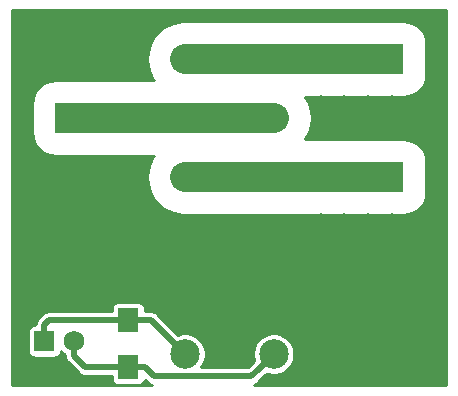
<source format=gbr>
%TF.GenerationSoftware,KiCad,Pcbnew,(5.1.4)-1*%
%TF.CreationDate,2020-02-28T23:00:37+08:00*%
%TF.ProjectId,Relay,52656c61-792e-46b6-9963-61645f706362,rev?*%
%TF.SameCoordinates,Original*%
%TF.FileFunction,Copper,L1,Top*%
%TF.FilePolarity,Positive*%
%FSLAX46Y46*%
G04 Gerber Fmt 4.6, Leading zero omitted, Abs format (unit mm)*
G04 Created by KiCad (PCBNEW (5.1.4)-1) date 2020-02-28 23:00:37*
%MOMM*%
%LPD*%
G04 APERTURE LIST*
%ADD10R,8.000000X2.540000*%
%ADD11C,1.750000*%
%ADD12R,1.750000X1.750000*%
%ADD13C,0.800000*%
%ADD14C,6.000000*%
%ADD15C,2.500000*%
%ADD16R,1.800000X2.000000*%
%ADD17C,0.508000*%
%ADD18C,2.540000*%
%ADD19C,0.250000*%
%ADD20C,0.350000*%
G04 APERTURE END LIST*
D10*
X94500000Y-44000000D03*
X94500000Y-54000000D03*
X73000000Y-49000000D03*
D11*
X70600000Y-67900000D03*
D12*
X68100000Y-67900000D03*
D13*
X97556810Y-59812500D03*
X97556810Y-62187500D03*
X95500000Y-63375000D03*
X93443190Y-62187500D03*
X93443190Y-59812500D03*
X95500000Y-58625000D03*
D14*
X95500000Y-61000000D03*
D13*
X74056810Y-59812500D03*
X74056810Y-62187500D03*
X72000000Y-63375000D03*
X69943190Y-62187500D03*
X69943190Y-59812500D03*
X72000000Y-58625000D03*
D14*
X72000000Y-61000000D03*
D15*
X87500000Y-44000000D03*
X87500000Y-49000000D03*
X87500000Y-54000000D03*
X80000000Y-44000000D03*
X80000000Y-49000000D03*
X80000000Y-54000000D03*
X87500000Y-69000000D03*
X80000000Y-69000000D03*
D16*
X75200000Y-66100000D03*
X75200000Y-70100000D03*
D13*
X75500000Y-43000000D03*
X75500000Y-45500000D03*
X75500000Y-40500000D03*
X73500000Y-43000000D03*
X71500000Y-43000000D03*
X69500000Y-43000000D03*
X67500000Y-43000000D03*
X66000000Y-43000000D03*
X73500000Y-40500000D03*
X71500000Y-40500000D03*
X69500000Y-40500000D03*
X67500000Y-40500000D03*
X66000000Y-40500000D03*
X73500000Y-45500000D03*
X71500000Y-45500000D03*
X69500000Y-45500000D03*
X67500000Y-45500000D03*
X66000000Y-45500000D03*
X66000000Y-48000000D03*
X66000000Y-50500000D03*
X66000000Y-53000000D03*
X67500000Y-53000000D03*
X69500000Y-53000000D03*
X71500000Y-53000000D03*
X73500000Y-53000000D03*
X75500000Y-53000000D03*
X75500000Y-55500000D03*
X73500000Y-55500000D03*
X71500000Y-55500000D03*
X69500000Y-55500000D03*
X67500000Y-55500000D03*
X66000000Y-55500000D03*
X66000000Y-58000000D03*
X67500000Y-58000000D03*
X75500000Y-58000000D03*
X91500000Y-40500000D03*
X93500000Y-40500000D03*
X95500000Y-40500000D03*
X97500000Y-40500000D03*
X99500000Y-40500000D03*
X101500000Y-40500000D03*
X101500000Y-43000000D03*
X101500000Y-45500000D03*
X101500000Y-47500000D03*
X99500000Y-47500000D03*
X97500000Y-47500000D03*
X95500000Y-47500000D03*
X93500000Y-47500000D03*
X91500000Y-47500000D03*
X91500000Y-50000000D03*
X93500000Y-50000000D03*
X95500000Y-50000000D03*
X97500000Y-50000000D03*
X99500000Y-50000000D03*
X101500000Y-50000000D03*
X101500000Y-52500000D03*
X101500000Y-55000000D03*
X101500000Y-57500000D03*
X99500000Y-57500000D03*
X97500000Y-57500000D03*
X95500000Y-57500000D03*
X93500000Y-57500000D03*
X91500000Y-57500000D03*
X91500000Y-60000000D03*
X99500000Y-60000000D03*
X101500000Y-60000000D03*
X66000000Y-60500000D03*
X66000000Y-63000000D03*
X67500000Y-60500000D03*
X67500000Y-63000000D03*
X75500000Y-63000000D03*
X69500000Y-58000000D03*
X73500000Y-58000000D03*
X75500000Y-60500000D03*
X91500000Y-63000000D03*
X99500000Y-63000000D03*
X101500000Y-63000000D03*
X77500000Y-40500000D03*
X79500000Y-40500000D03*
X81500000Y-40500000D03*
X83500000Y-40500000D03*
X85500000Y-40500000D03*
X87500000Y-40500000D03*
X89500000Y-40500000D03*
X77500000Y-58000000D03*
X79500000Y-58000000D03*
X81500000Y-58000000D03*
X83500000Y-58000000D03*
X85500000Y-58000000D03*
X87500000Y-58000000D03*
X89500000Y-58000000D03*
X77500000Y-60500000D03*
X79500000Y-60500000D03*
X81500000Y-60500000D03*
X83500000Y-60500000D03*
X85500000Y-60500000D03*
X87500000Y-60500000D03*
X89500000Y-60500000D03*
X89500000Y-63000000D03*
X87500000Y-63000000D03*
X85500000Y-63000000D03*
X83500000Y-63000000D03*
X81500000Y-63000000D03*
X79500000Y-63000000D03*
X77500000Y-63000000D03*
D17*
X73792000Y-66100000D02*
X75200000Y-66100000D01*
X68517000Y-66100000D02*
X73792000Y-66100000D01*
X68100000Y-66517000D02*
X68517000Y-66100000D01*
X68100000Y-67900000D02*
X68100000Y-66517000D01*
X77100000Y-66100000D02*
X80000000Y-69000000D01*
X75200000Y-66100000D02*
X77100000Y-66100000D01*
X73792000Y-70100000D02*
X75200000Y-70100000D01*
X71562564Y-70100000D02*
X73792000Y-70100000D01*
X70600000Y-69137436D02*
X71562564Y-70100000D01*
X70600000Y-67900000D02*
X70600000Y-69137436D01*
X86250001Y-70249999D02*
X87500000Y-69000000D01*
X85614999Y-70885001D02*
X86250001Y-70249999D01*
X77393001Y-70885001D02*
X85614999Y-70885001D01*
X76608000Y-70100000D02*
X77393001Y-70885001D01*
X75200000Y-70100000D02*
X76608000Y-70100000D01*
D18*
X71250000Y-49000000D02*
X80000000Y-49000000D01*
X80000000Y-49000000D02*
X87500000Y-49000000D01*
X80000000Y-54000000D02*
X96250000Y-54000000D01*
X87500000Y-44000000D02*
X96250000Y-44000000D01*
X80000000Y-44000000D02*
X87500000Y-44000000D01*
D19*
G36*
X102115001Y-71615000D02*
G01*
X85826634Y-71615000D01*
X85907246Y-71590547D01*
X86039275Y-71519975D01*
X86155000Y-71425002D01*
X86178802Y-71395999D01*
X86813800Y-70761003D01*
X86813809Y-70760992D01*
X86916015Y-70658786D01*
X86987794Y-70688518D01*
X87327049Y-70756000D01*
X87672951Y-70756000D01*
X88012206Y-70688518D01*
X88331778Y-70556147D01*
X88619385Y-70363975D01*
X88863975Y-70119385D01*
X89056147Y-69831778D01*
X89188518Y-69512206D01*
X89256000Y-69172951D01*
X89256000Y-68827049D01*
X89188518Y-68487794D01*
X89056147Y-68168222D01*
X88863975Y-67880615D01*
X88619385Y-67636025D01*
X88331778Y-67443853D01*
X88012206Y-67311482D01*
X87672951Y-67244000D01*
X87327049Y-67244000D01*
X86987794Y-67311482D01*
X86668222Y-67443853D01*
X86380615Y-67636025D01*
X86136025Y-67880615D01*
X85943853Y-68168222D01*
X85811482Y-68487794D01*
X85744000Y-68827049D01*
X85744000Y-69172951D01*
X85811482Y-69512206D01*
X85841214Y-69583985D01*
X85739008Y-69686191D01*
X85738997Y-69686200D01*
X85300197Y-70125001D01*
X81358359Y-70125001D01*
X81363975Y-70119385D01*
X81556147Y-69831778D01*
X81688518Y-69512206D01*
X81756000Y-69172951D01*
X81756000Y-68827049D01*
X81688518Y-68487794D01*
X81556147Y-68168222D01*
X81363975Y-67880615D01*
X81119385Y-67636025D01*
X80831778Y-67443853D01*
X80512206Y-67311482D01*
X80172951Y-67244000D01*
X79827049Y-67244000D01*
X79487794Y-67311482D01*
X79416015Y-67341214D01*
X77663804Y-65589003D01*
X77640001Y-65559999D01*
X77524276Y-65465026D01*
X77392247Y-65394454D01*
X77248986Y-65350997D01*
X77137333Y-65340000D01*
X77137322Y-65340000D01*
X77100000Y-65336324D01*
X77062678Y-65340000D01*
X76608448Y-65340000D01*
X76608448Y-65100000D01*
X76598678Y-65000807D01*
X76569745Y-64905425D01*
X76522759Y-64817521D01*
X76459527Y-64740473D01*
X76382479Y-64677241D01*
X76294575Y-64630255D01*
X76199193Y-64601322D01*
X76100000Y-64591552D01*
X74300000Y-64591552D01*
X74200807Y-64601322D01*
X74105425Y-64630255D01*
X74017521Y-64677241D01*
X73940473Y-64740473D01*
X73877241Y-64817521D01*
X73830255Y-64905425D01*
X73801322Y-65000807D01*
X73791552Y-65100000D01*
X73791552Y-65340000D01*
X68554322Y-65340000D01*
X68516999Y-65336324D01*
X68479676Y-65340000D01*
X68479667Y-65340000D01*
X68368014Y-65350997D01*
X68224753Y-65394454D01*
X68092724Y-65465026D01*
X67976999Y-65559999D01*
X67953196Y-65589003D01*
X67588998Y-65953201D01*
X67560000Y-65976999D01*
X67536202Y-66005997D01*
X67536201Y-66005998D01*
X67465026Y-66092724D01*
X67394454Y-66224754D01*
X67350998Y-66368015D01*
X67336368Y-66516552D01*
X67225000Y-66516552D01*
X67125807Y-66526322D01*
X67030425Y-66555255D01*
X66942521Y-66602241D01*
X66865473Y-66665473D01*
X66802241Y-66742521D01*
X66755255Y-66830425D01*
X66726322Y-66925807D01*
X66716552Y-67025000D01*
X66716552Y-68775000D01*
X66726322Y-68874193D01*
X66755255Y-68969575D01*
X66802241Y-69057479D01*
X66865473Y-69134527D01*
X66942521Y-69197759D01*
X67030425Y-69244745D01*
X67125807Y-69273678D01*
X67225000Y-69283448D01*
X68975000Y-69283448D01*
X69074193Y-69273678D01*
X69169575Y-69244745D01*
X69257479Y-69197759D01*
X69334527Y-69134527D01*
X69397759Y-69057479D01*
X69444745Y-68969575D01*
X69473678Y-68874193D01*
X69483448Y-68775000D01*
X69483448Y-68714696D01*
X69527307Y-68780336D01*
X69719664Y-68972693D01*
X69840001Y-69053099D01*
X69840001Y-69100104D01*
X69836324Y-69137436D01*
X69850998Y-69286421D01*
X69894454Y-69429682D01*
X69965026Y-69561712D01*
X70036201Y-69648438D01*
X70060000Y-69677437D01*
X70088998Y-69701235D01*
X70998764Y-70611002D01*
X71022563Y-70640001D01*
X71051561Y-70663799D01*
X71138287Y-70734974D01*
X71241233Y-70790000D01*
X71270317Y-70805546D01*
X71413578Y-70849003D01*
X71525231Y-70860000D01*
X71525240Y-70860000D01*
X71562563Y-70863676D01*
X71599886Y-70860000D01*
X73791552Y-70860000D01*
X73791552Y-71100000D01*
X73801322Y-71199193D01*
X73830255Y-71294575D01*
X73877241Y-71382479D01*
X73940473Y-71459527D01*
X74017521Y-71522759D01*
X74105425Y-71569745D01*
X74200807Y-71598678D01*
X74300000Y-71608448D01*
X76100000Y-71608448D01*
X76199193Y-71598678D01*
X76294575Y-71569745D01*
X76382479Y-71522759D01*
X76459527Y-71459527D01*
X76522759Y-71382479D01*
X76569745Y-71294575D01*
X76598678Y-71199193D01*
X76601701Y-71168503D01*
X76829202Y-71396003D01*
X76853000Y-71425002D01*
X76881998Y-71448800D01*
X76968724Y-71519975D01*
X77100754Y-71590547D01*
X77181366Y-71615000D01*
X65385000Y-71615000D01*
X65385000Y-47730000D01*
X67065686Y-47730000D01*
X67065686Y-50270000D01*
X67102853Y-50647366D01*
X67212927Y-51010230D01*
X67391677Y-51344647D01*
X67632233Y-51637767D01*
X67925353Y-51878323D01*
X68259770Y-52057073D01*
X68622634Y-52167147D01*
X69000000Y-52204314D01*
X77000000Y-52204314D01*
X77094567Y-52195000D01*
X77348135Y-52195000D01*
X77330601Y-52216365D01*
X77033923Y-52771411D01*
X76851229Y-53373671D01*
X76789541Y-54000000D01*
X76851229Y-54626329D01*
X77033923Y-55228589D01*
X77330601Y-55783635D01*
X77729863Y-56270137D01*
X78216365Y-56669399D01*
X78771411Y-56966077D01*
X79373671Y-57148771D01*
X79843042Y-57195000D01*
X90405433Y-57195000D01*
X90500000Y-57204314D01*
X98500000Y-57204314D01*
X98877366Y-57167147D01*
X99240230Y-57057073D01*
X99574647Y-56878323D01*
X99867767Y-56637767D01*
X100108323Y-56344647D01*
X100287073Y-56010230D01*
X100397147Y-55647366D01*
X100434314Y-55270000D01*
X100434314Y-52730000D01*
X100397147Y-52352634D01*
X100287073Y-51989770D01*
X100108323Y-51655353D01*
X99867767Y-51362233D01*
X99574647Y-51121677D01*
X99240230Y-50942927D01*
X98877366Y-50832853D01*
X98500000Y-50795686D01*
X90500000Y-50795686D01*
X90405433Y-50805000D01*
X90151865Y-50805000D01*
X90169399Y-50783635D01*
X90466077Y-50228589D01*
X90648771Y-49626329D01*
X90710459Y-49000000D01*
X90648771Y-48373671D01*
X90466077Y-47771411D01*
X90169399Y-47216365D01*
X90151865Y-47195000D01*
X90405433Y-47195000D01*
X90500000Y-47204314D01*
X98500000Y-47204314D01*
X98877366Y-47167147D01*
X99240230Y-47057073D01*
X99574647Y-46878323D01*
X99867767Y-46637767D01*
X100108323Y-46344647D01*
X100287073Y-46010230D01*
X100397147Y-45647366D01*
X100434314Y-45270000D01*
X100434314Y-42730000D01*
X100397147Y-42352634D01*
X100287073Y-41989770D01*
X100108323Y-41655353D01*
X99867767Y-41362233D01*
X99574647Y-41121677D01*
X99240230Y-40942927D01*
X98877366Y-40832853D01*
X98500000Y-40795686D01*
X90500000Y-40795686D01*
X90405433Y-40805000D01*
X79843042Y-40805000D01*
X79373671Y-40851229D01*
X78771411Y-41033923D01*
X78216365Y-41330601D01*
X77729863Y-41729863D01*
X77330601Y-42216365D01*
X77033923Y-42771411D01*
X76851229Y-43373671D01*
X76789541Y-44000000D01*
X76851229Y-44626329D01*
X77033923Y-45228589D01*
X77330601Y-45783635D01*
X77348135Y-45805000D01*
X77094567Y-45805000D01*
X77000000Y-45795686D01*
X69000000Y-45795686D01*
X68622634Y-45832853D01*
X68259770Y-45942927D01*
X67925353Y-46121677D01*
X67632233Y-46362233D01*
X67391677Y-46655353D01*
X67212927Y-46989770D01*
X67102853Y-47352634D01*
X67065686Y-47730000D01*
X65385000Y-47730000D01*
X65385000Y-39885000D01*
X102115000Y-39885000D01*
X102115001Y-71615000D01*
X102115001Y-71615000D01*
G37*
X102115001Y-71615000D02*
X85826634Y-71615000D01*
X85907246Y-71590547D01*
X86039275Y-71519975D01*
X86155000Y-71425002D01*
X86178802Y-71395999D01*
X86813800Y-70761003D01*
X86813809Y-70760992D01*
X86916015Y-70658786D01*
X86987794Y-70688518D01*
X87327049Y-70756000D01*
X87672951Y-70756000D01*
X88012206Y-70688518D01*
X88331778Y-70556147D01*
X88619385Y-70363975D01*
X88863975Y-70119385D01*
X89056147Y-69831778D01*
X89188518Y-69512206D01*
X89256000Y-69172951D01*
X89256000Y-68827049D01*
X89188518Y-68487794D01*
X89056147Y-68168222D01*
X88863975Y-67880615D01*
X88619385Y-67636025D01*
X88331778Y-67443853D01*
X88012206Y-67311482D01*
X87672951Y-67244000D01*
X87327049Y-67244000D01*
X86987794Y-67311482D01*
X86668222Y-67443853D01*
X86380615Y-67636025D01*
X86136025Y-67880615D01*
X85943853Y-68168222D01*
X85811482Y-68487794D01*
X85744000Y-68827049D01*
X85744000Y-69172951D01*
X85811482Y-69512206D01*
X85841214Y-69583985D01*
X85739008Y-69686191D01*
X85738997Y-69686200D01*
X85300197Y-70125001D01*
X81358359Y-70125001D01*
X81363975Y-70119385D01*
X81556147Y-69831778D01*
X81688518Y-69512206D01*
X81756000Y-69172951D01*
X81756000Y-68827049D01*
X81688518Y-68487794D01*
X81556147Y-68168222D01*
X81363975Y-67880615D01*
X81119385Y-67636025D01*
X80831778Y-67443853D01*
X80512206Y-67311482D01*
X80172951Y-67244000D01*
X79827049Y-67244000D01*
X79487794Y-67311482D01*
X79416015Y-67341214D01*
X77663804Y-65589003D01*
X77640001Y-65559999D01*
X77524276Y-65465026D01*
X77392247Y-65394454D01*
X77248986Y-65350997D01*
X77137333Y-65340000D01*
X77137322Y-65340000D01*
X77100000Y-65336324D01*
X77062678Y-65340000D01*
X76608448Y-65340000D01*
X76608448Y-65100000D01*
X76598678Y-65000807D01*
X76569745Y-64905425D01*
X76522759Y-64817521D01*
X76459527Y-64740473D01*
X76382479Y-64677241D01*
X76294575Y-64630255D01*
X76199193Y-64601322D01*
X76100000Y-64591552D01*
X74300000Y-64591552D01*
X74200807Y-64601322D01*
X74105425Y-64630255D01*
X74017521Y-64677241D01*
X73940473Y-64740473D01*
X73877241Y-64817521D01*
X73830255Y-64905425D01*
X73801322Y-65000807D01*
X73791552Y-65100000D01*
X73791552Y-65340000D01*
X68554322Y-65340000D01*
X68516999Y-65336324D01*
X68479676Y-65340000D01*
X68479667Y-65340000D01*
X68368014Y-65350997D01*
X68224753Y-65394454D01*
X68092724Y-65465026D01*
X67976999Y-65559999D01*
X67953196Y-65589003D01*
X67588998Y-65953201D01*
X67560000Y-65976999D01*
X67536202Y-66005997D01*
X67536201Y-66005998D01*
X67465026Y-66092724D01*
X67394454Y-66224754D01*
X67350998Y-66368015D01*
X67336368Y-66516552D01*
X67225000Y-66516552D01*
X67125807Y-66526322D01*
X67030425Y-66555255D01*
X66942521Y-66602241D01*
X66865473Y-66665473D01*
X66802241Y-66742521D01*
X66755255Y-66830425D01*
X66726322Y-66925807D01*
X66716552Y-67025000D01*
X66716552Y-68775000D01*
X66726322Y-68874193D01*
X66755255Y-68969575D01*
X66802241Y-69057479D01*
X66865473Y-69134527D01*
X66942521Y-69197759D01*
X67030425Y-69244745D01*
X67125807Y-69273678D01*
X67225000Y-69283448D01*
X68975000Y-69283448D01*
X69074193Y-69273678D01*
X69169575Y-69244745D01*
X69257479Y-69197759D01*
X69334527Y-69134527D01*
X69397759Y-69057479D01*
X69444745Y-68969575D01*
X69473678Y-68874193D01*
X69483448Y-68775000D01*
X69483448Y-68714696D01*
X69527307Y-68780336D01*
X69719664Y-68972693D01*
X69840001Y-69053099D01*
X69840001Y-69100104D01*
X69836324Y-69137436D01*
X69850998Y-69286421D01*
X69894454Y-69429682D01*
X69965026Y-69561712D01*
X70036201Y-69648438D01*
X70060000Y-69677437D01*
X70088998Y-69701235D01*
X70998764Y-70611002D01*
X71022563Y-70640001D01*
X71051561Y-70663799D01*
X71138287Y-70734974D01*
X71241233Y-70790000D01*
X71270317Y-70805546D01*
X71413578Y-70849003D01*
X71525231Y-70860000D01*
X71525240Y-70860000D01*
X71562563Y-70863676D01*
X71599886Y-70860000D01*
X73791552Y-70860000D01*
X73791552Y-71100000D01*
X73801322Y-71199193D01*
X73830255Y-71294575D01*
X73877241Y-71382479D01*
X73940473Y-71459527D01*
X74017521Y-71522759D01*
X74105425Y-71569745D01*
X74200807Y-71598678D01*
X74300000Y-71608448D01*
X76100000Y-71608448D01*
X76199193Y-71598678D01*
X76294575Y-71569745D01*
X76382479Y-71522759D01*
X76459527Y-71459527D01*
X76522759Y-71382479D01*
X76569745Y-71294575D01*
X76598678Y-71199193D01*
X76601701Y-71168503D01*
X76829202Y-71396003D01*
X76853000Y-71425002D01*
X76881998Y-71448800D01*
X76968724Y-71519975D01*
X77100754Y-71590547D01*
X77181366Y-71615000D01*
X65385000Y-71615000D01*
X65385000Y-47730000D01*
X67065686Y-47730000D01*
X67065686Y-50270000D01*
X67102853Y-50647366D01*
X67212927Y-51010230D01*
X67391677Y-51344647D01*
X67632233Y-51637767D01*
X67925353Y-51878323D01*
X68259770Y-52057073D01*
X68622634Y-52167147D01*
X69000000Y-52204314D01*
X77000000Y-52204314D01*
X77094567Y-52195000D01*
X77348135Y-52195000D01*
X77330601Y-52216365D01*
X77033923Y-52771411D01*
X76851229Y-53373671D01*
X76789541Y-54000000D01*
X76851229Y-54626329D01*
X77033923Y-55228589D01*
X77330601Y-55783635D01*
X77729863Y-56270137D01*
X78216365Y-56669399D01*
X78771411Y-56966077D01*
X79373671Y-57148771D01*
X79843042Y-57195000D01*
X90405433Y-57195000D01*
X90500000Y-57204314D01*
X98500000Y-57204314D01*
X98877366Y-57167147D01*
X99240230Y-57057073D01*
X99574647Y-56878323D01*
X99867767Y-56637767D01*
X100108323Y-56344647D01*
X100287073Y-56010230D01*
X100397147Y-55647366D01*
X100434314Y-55270000D01*
X100434314Y-52730000D01*
X100397147Y-52352634D01*
X100287073Y-51989770D01*
X100108323Y-51655353D01*
X99867767Y-51362233D01*
X99574647Y-51121677D01*
X99240230Y-50942927D01*
X98877366Y-50832853D01*
X98500000Y-50795686D01*
X90500000Y-50795686D01*
X90405433Y-50805000D01*
X90151865Y-50805000D01*
X90169399Y-50783635D01*
X90466077Y-50228589D01*
X90648771Y-49626329D01*
X90710459Y-49000000D01*
X90648771Y-48373671D01*
X90466077Y-47771411D01*
X90169399Y-47216365D01*
X90151865Y-47195000D01*
X90405433Y-47195000D01*
X90500000Y-47204314D01*
X98500000Y-47204314D01*
X98877366Y-47167147D01*
X99240230Y-47057073D01*
X99574647Y-46878323D01*
X99867767Y-46637767D01*
X100108323Y-46344647D01*
X100287073Y-46010230D01*
X100397147Y-45647366D01*
X100434314Y-45270000D01*
X100434314Y-42730000D01*
X100397147Y-42352634D01*
X100287073Y-41989770D01*
X100108323Y-41655353D01*
X99867767Y-41362233D01*
X99574647Y-41121677D01*
X99240230Y-40942927D01*
X98877366Y-40832853D01*
X98500000Y-40795686D01*
X90500000Y-40795686D01*
X90405433Y-40805000D01*
X79843042Y-40805000D01*
X79373671Y-40851229D01*
X78771411Y-41033923D01*
X78216365Y-41330601D01*
X77729863Y-41729863D01*
X77330601Y-42216365D01*
X77033923Y-42771411D01*
X76851229Y-43373671D01*
X76789541Y-44000000D01*
X76851229Y-44626329D01*
X77033923Y-45228589D01*
X77330601Y-45783635D01*
X77348135Y-45805000D01*
X77094567Y-45805000D01*
X77000000Y-45795686D01*
X69000000Y-45795686D01*
X68622634Y-45832853D01*
X68259770Y-45942927D01*
X67925353Y-46121677D01*
X67632233Y-46362233D01*
X67391677Y-46655353D01*
X67212927Y-46989770D01*
X67102853Y-47352634D01*
X67065686Y-47730000D01*
X65385000Y-47730000D01*
X65385000Y-39885000D01*
X102115000Y-39885000D01*
X102115001Y-71615000D01*
D20*
X75500000Y-43000000D03*
X75500000Y-45500000D03*
X75500000Y-40500000D03*
X73500000Y-43000000D03*
X71500000Y-43000000D03*
X69500000Y-43000000D03*
X67500000Y-43000000D03*
X66000000Y-43000000D03*
X73500000Y-40500000D03*
X71500000Y-40500000D03*
X69500000Y-40500000D03*
X67500000Y-40500000D03*
X66000000Y-40500000D03*
X73500000Y-45500000D03*
X71500000Y-45500000D03*
X69500000Y-45500000D03*
X67500000Y-45500000D03*
X66000000Y-45500000D03*
X66000000Y-48000000D03*
X66000000Y-50500000D03*
X66000000Y-53000000D03*
X67500000Y-53000000D03*
X69500000Y-53000000D03*
X71500000Y-53000000D03*
X73500000Y-53000000D03*
X75500000Y-53000000D03*
X75500000Y-55500000D03*
X73500000Y-55500000D03*
X71500000Y-55500000D03*
X69500000Y-55500000D03*
X67500000Y-55500000D03*
X66000000Y-55500000D03*
X66000000Y-58000000D03*
X67500000Y-58000000D03*
X75500000Y-58000000D03*
X91500000Y-40500000D03*
X93500000Y-40500000D03*
X95500000Y-40500000D03*
X97500000Y-40500000D03*
X99500000Y-40500000D03*
X101500000Y-40500000D03*
X101500000Y-43000000D03*
X101500000Y-45500000D03*
X101500000Y-47500000D03*
X99500000Y-47500000D03*
X97500000Y-47500000D03*
X95500000Y-47500000D03*
X93500000Y-47500000D03*
X91500000Y-47500000D03*
X91500000Y-50000000D03*
X93500000Y-50000000D03*
X95500000Y-50000000D03*
X97500000Y-50000000D03*
X99500000Y-50000000D03*
X101500000Y-50000000D03*
X101500000Y-52500000D03*
X101500000Y-55000000D03*
X101500000Y-57500000D03*
X99500000Y-57500000D03*
X97500000Y-57500000D03*
X95500000Y-57500000D03*
X93500000Y-57500000D03*
X91500000Y-57500000D03*
X91500000Y-60000000D03*
X99500000Y-60000000D03*
X101500000Y-60000000D03*
X66000000Y-60500000D03*
X66000000Y-63000000D03*
X67500000Y-60500000D03*
X67500000Y-63000000D03*
X75500000Y-63000000D03*
X69500000Y-58000000D03*
X73500000Y-58000000D03*
X75500000Y-60500000D03*
X91500000Y-63000000D03*
X99500000Y-63000000D03*
X101500000Y-63000000D03*
X77500000Y-40500000D03*
X79500000Y-40500000D03*
X81500000Y-40500000D03*
X83500000Y-40500000D03*
X85500000Y-40500000D03*
X87500000Y-40500000D03*
X89500000Y-40500000D03*
X77500000Y-58000000D03*
X79500000Y-58000000D03*
X81500000Y-58000000D03*
X83500000Y-58000000D03*
X85500000Y-58000000D03*
X87500000Y-58000000D03*
X89500000Y-58000000D03*
X77500000Y-60500000D03*
X79500000Y-60500000D03*
X81500000Y-60500000D03*
X83500000Y-60500000D03*
X85500000Y-60500000D03*
X87500000Y-60500000D03*
X89500000Y-60500000D03*
X89500000Y-63000000D03*
X87500000Y-63000000D03*
X85500000Y-63000000D03*
X83500000Y-63000000D03*
X81500000Y-63000000D03*
X79500000Y-63000000D03*
X77500000Y-63000000D03*
X70600000Y-67900000D03*
X68100000Y-67900000D03*
X97556810Y-59812500D03*
X97556810Y-62187500D03*
X95500000Y-63375000D03*
X93443190Y-62187500D03*
X93443190Y-59812500D03*
X95500000Y-58625000D03*
X95500000Y-61000000D03*
X74056810Y-59812500D03*
X74056810Y-62187500D03*
X72000000Y-63375000D03*
X69943190Y-62187500D03*
X69943190Y-59812500D03*
X72000000Y-58625000D03*
X72000000Y-61000000D03*
X87500000Y-44000000D03*
X87500000Y-49000000D03*
X87500000Y-54000000D03*
X80000000Y-44000000D03*
X80000000Y-49000000D03*
X80000000Y-54000000D03*
X87500000Y-69000000D03*
X80000000Y-69000000D03*
M02*

</source>
